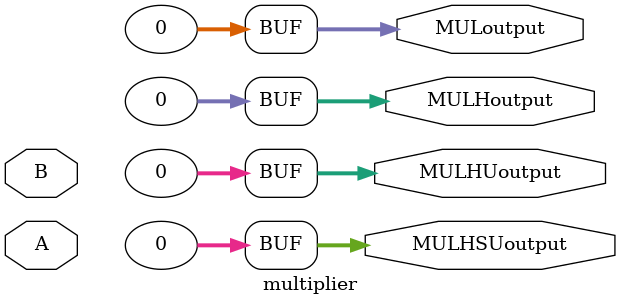
<source format=v>
`timescale 1ns / 1ps

module multiplier(
    input [31:0] A,
    input [31:0] B,
    output [31:0] MULoutput,
    output [31:0] MULHoutput,
    output [31:0] MULHSUoutput,
    output [31:0] MULHUoutput
    );

// need to implement; for now, ouputting zeroes
assign MULoutput = 32'b00000000000000000000000000000000;
assign MULHoutput = 32'b00000000000000000000000000000000;
assign MULHSUoutput = 32'b00000000000000000000000000000000;
assign MULHUoutput = 32'b00000000000000000000000000000000;
   
endmodule

</source>
